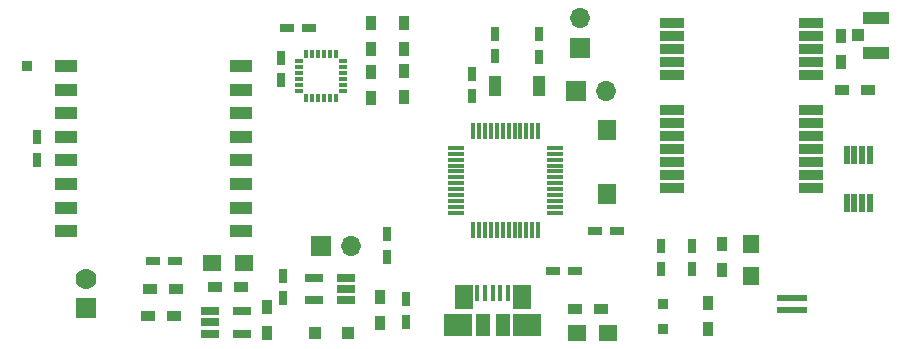
<source format=gbr>
G04 #@! TF.FileFunction,Soldermask,Top*
%FSLAX46Y46*%
G04 Gerber Fmt 4.6, Leading zero omitted, Abs format (unit mm)*
G04 Created by KiCad (PCBNEW 4.0.7) date 01/02/18 22:23:31*
%MOMM*%
%LPD*%
G01*
G04 APERTURE LIST*
%ADD10C,0.100000*%
%ADD11R,1.065240X1.015240*%
%ADD12R,2.215240X1.065240*%
%ADD13R,0.315240X1.465240*%
%ADD14R,1.465240X0.315240*%
%ADD15R,1.215240X0.765240*%
%ADD16R,2.015240X0.815240*%
%ADD17R,1.965240X1.065240*%
%ADD18R,2.515240X0.515240*%
%ADD19R,1.115240X1.115240*%
%ADD20R,1.515240X1.315240*%
%ADD21R,1.315240X1.515240*%
%ADD22R,0.915240X0.815240*%
%ADD23R,1.765240X1.765240*%
%ADD24C,1.765240*%
%ADD25R,0.465240X1.395240*%
%ADD26R,1.490240X2.115240*%
%ADD27R,2.390240X1.915240*%
%ADD28R,1.190240X1.915240*%
%ADD29R,1.615240X1.815240*%
%ADD30R,1.575240X0.665240*%
%ADD31R,0.715240X0.305240*%
%ADD32R,0.305240X0.715240*%
%ADD33R,0.472440X1.539240*%
%ADD34R,1.015240X1.815240*%
%ADD35R,0.765240X1.215240*%
%ADD36R,0.915240X1.215240*%
%ADD37R,1.215240X0.915240*%
%ADD38R,1.715240X1.715240*%
%ADD39O,1.715240X1.715240*%
%ADD40R,0.865240X0.865240*%
G04 APERTURE END LIST*
D10*
D11*
X181675000Y-97100000D03*
D12*
X183200000Y-95625000D03*
X183200000Y-98575000D03*
D13*
X154593000Y-105180000D03*
X154093000Y-105180000D03*
X153593000Y-105180000D03*
X153093000Y-105180000D03*
X152593000Y-105180000D03*
X152093000Y-105180000D03*
X151593000Y-105180000D03*
X151093000Y-105180000D03*
X150593000Y-105180000D03*
X149593000Y-105180000D03*
X149093000Y-105180000D03*
D14*
X147643000Y-106630000D03*
X147643000Y-107130000D03*
X147643000Y-107630000D03*
X147643000Y-108130000D03*
X147643000Y-108630000D03*
X147643000Y-109130000D03*
X147643000Y-109630000D03*
X147643000Y-110130000D03*
X147643000Y-110630000D03*
X147643000Y-111130000D03*
X147643000Y-111630000D03*
X147643000Y-112130000D03*
D13*
X150093000Y-105180000D03*
X149093000Y-113550000D03*
X149593000Y-113580000D03*
X150093000Y-113580000D03*
X150593000Y-113580000D03*
X151093000Y-113580000D03*
X151593000Y-113580000D03*
X152093000Y-113580000D03*
X152593000Y-113580000D03*
X153093000Y-113580000D03*
X154093000Y-113580000D03*
X154593000Y-113580000D03*
X153593000Y-113580000D03*
D14*
X156043000Y-112130000D03*
X156043000Y-111630000D03*
X156043000Y-111130000D03*
X156043000Y-110630000D03*
X156043000Y-110130000D03*
X156043000Y-109630000D03*
X156043000Y-109130000D03*
X156043000Y-108630000D03*
X156043000Y-108130000D03*
X156043000Y-107630000D03*
X156043000Y-107130000D03*
X156043000Y-106630000D03*
D15*
X157750000Y-117100000D03*
X155850000Y-117100000D03*
D16*
X177686000Y-110045000D03*
X177686000Y-108945000D03*
X177686000Y-107845000D03*
X177686000Y-106745000D03*
X177686000Y-105645000D03*
X177686000Y-104545000D03*
X177686000Y-103445000D03*
X177686000Y-100445000D03*
X177686000Y-99345000D03*
X177686000Y-98245000D03*
X177686000Y-97145000D03*
X177686000Y-96045000D03*
X165886000Y-96045000D03*
X165886000Y-97145000D03*
X165886000Y-98245000D03*
X165886000Y-99345000D03*
X165886000Y-100445000D03*
X165886000Y-103445000D03*
X165886000Y-104545000D03*
X165886000Y-105645000D03*
X165886000Y-106745000D03*
X165886000Y-107845000D03*
X165886000Y-108945000D03*
X165886000Y-110045000D03*
D17*
X114600000Y-99700000D03*
X114600000Y-101700000D03*
X114600000Y-103700000D03*
X114600000Y-105700000D03*
X114600000Y-107700000D03*
X114600000Y-109700000D03*
X114600000Y-111700000D03*
X114600000Y-113700000D03*
X129400000Y-113700000D03*
X129400000Y-111700000D03*
X129400000Y-109700000D03*
X129400000Y-107700000D03*
X129400000Y-105700000D03*
X129400000Y-103700000D03*
X129400000Y-101700000D03*
X129400000Y-99700000D03*
D18*
X176089840Y-119357500D03*
X176089840Y-120357500D03*
D19*
X135700000Y-122300000D03*
X138500000Y-122300000D03*
D20*
X129650000Y-116400000D03*
X126950000Y-116400000D03*
X160550000Y-122300000D03*
X157850000Y-122300000D03*
D21*
X172600000Y-117450000D03*
X172600000Y-114750000D03*
D22*
X165200000Y-121950000D03*
X165200000Y-119850000D03*
D23*
X116300000Y-120200000D03*
D24*
X116300000Y-117700000D03*
D25*
X149437500Y-118940000D03*
X150087500Y-118940000D03*
X150737500Y-118940000D03*
X151387500Y-118940000D03*
X152037500Y-118940000D03*
D26*
X148275000Y-119300000D03*
X153200000Y-119300000D03*
D27*
X147827500Y-121600000D03*
X153647500Y-121600000D03*
D28*
X149897500Y-121600000D03*
X151577500Y-121600000D03*
D29*
X160443440Y-105100000D03*
X160443440Y-110500000D03*
D30*
X138350000Y-119550000D03*
X138350000Y-118600000D03*
X138350000Y-117650000D03*
X135650000Y-117650000D03*
X135650000Y-119550000D03*
X126850000Y-120450000D03*
X126850000Y-121400000D03*
X126850000Y-122350000D03*
X129550000Y-122350000D03*
X129550000Y-120450000D03*
D31*
X138063680Y-99291800D03*
X138063680Y-99791800D03*
X138063680Y-100291800D03*
X138063680Y-100791800D03*
X138063680Y-101291800D03*
X138063680Y-101791800D03*
D32*
X137438680Y-102416800D03*
X136938680Y-102416800D03*
X136438680Y-102416800D03*
X135938680Y-102416800D03*
X135438680Y-102416800D03*
X134938680Y-102416800D03*
D31*
X134313680Y-101791800D03*
X134313680Y-101291800D03*
X134313680Y-100791800D03*
X134313680Y-100291800D03*
X134313680Y-99791800D03*
X134313680Y-99291800D03*
D32*
X134938680Y-98666800D03*
X135438680Y-98666800D03*
X135938680Y-98666800D03*
X136438680Y-98666800D03*
X136938680Y-98666800D03*
X137438680Y-98666800D03*
D33*
X182653200Y-107221000D03*
X182018200Y-107221000D03*
X181357800Y-107221000D03*
X180722800Y-107221000D03*
X180722800Y-111285000D03*
X181357800Y-111285000D03*
X182018200Y-111285000D03*
X182653200Y-111285000D03*
D34*
X150933360Y-101394240D03*
X154683360Y-101394240D03*
D35*
X143400000Y-121350000D03*
X143400000Y-119450000D03*
X141800000Y-115850000D03*
X141800000Y-113950000D03*
X133000000Y-119350000D03*
X133000000Y-117450000D03*
D15*
X123850000Y-116200000D03*
X121950000Y-116200000D03*
D35*
X112200000Y-107650000D03*
X112200000Y-105750000D03*
X148952480Y-102283280D03*
X148952480Y-100383280D03*
X154703040Y-98930480D03*
X154703040Y-97030480D03*
X150943840Y-98889840D03*
X150943840Y-96989840D03*
D15*
X159400000Y-113700000D03*
X161300000Y-113700000D03*
X133313360Y-96442240D03*
X135213360Y-96442240D03*
D35*
X132800000Y-100900000D03*
X132800000Y-99000000D03*
X167600000Y-114950000D03*
X167600000Y-116850000D03*
X165000000Y-114950000D03*
X165000000Y-116850000D03*
D36*
X180200000Y-99400000D03*
X180200000Y-97200000D03*
X131600000Y-120100000D03*
X131600000Y-122300000D03*
X141200000Y-121500000D03*
X141200000Y-119300000D03*
D37*
X129400000Y-118400000D03*
X127200000Y-118400000D03*
X123900000Y-118600000D03*
X121700000Y-118600000D03*
X121600000Y-120900000D03*
X123800000Y-120900000D03*
X159900000Y-120300000D03*
X157700000Y-120300000D03*
D36*
X140400000Y-100193640D03*
X140400000Y-102393640D03*
X140400000Y-96100000D03*
X140400000Y-98300000D03*
X143200000Y-100100000D03*
X143200000Y-102300000D03*
X143200000Y-96100000D03*
X143200000Y-98300000D03*
X170200000Y-117000000D03*
X170200000Y-114800000D03*
D37*
X180300000Y-101700000D03*
X182500000Y-101700000D03*
D36*
X169000000Y-122000000D03*
X169000000Y-119800000D03*
D38*
X157800000Y-101800000D03*
D39*
X160340000Y-101800000D03*
D38*
X158100000Y-98200000D03*
D39*
X158100000Y-95660000D03*
D38*
X136200000Y-114900000D03*
D39*
X138740000Y-114900000D03*
D40*
X111300000Y-99700000D03*
M02*

</source>
